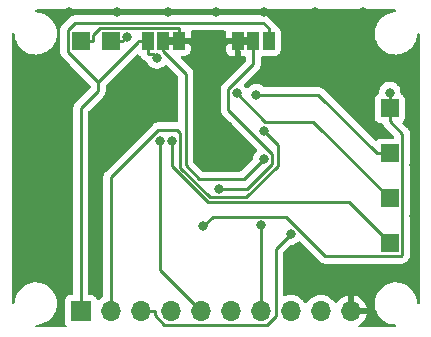
<source format=gbl>
%TF.GenerationSoftware,KiCad,Pcbnew,(5.99.0-7696-gc8be87a654)*%
%TF.CreationDate,2020-12-26T21:21:26+10:30*%
%TF.ProjectId,MCP39F521_Breakout,4d435033-3946-4353-9231-5f427265616b,rev?*%
%TF.SameCoordinates,Original*%
%TF.FileFunction,Copper,L2,Bot*%
%TF.FilePolarity,Positive*%
%FSLAX46Y46*%
G04 Gerber Fmt 4.6, Leading zero omitted, Abs format (unit mm)*
G04 Created by KiCad (PCBNEW (5.99.0-7696-gc8be87a654)) date 2020-12-26 21:21:26*
%MOMM*%
%LPD*%
G01*
G04 APERTURE LIST*
%TA.AperFunction,ComponentPad*%
%ADD10R,1.700000X1.700000*%
%TD*%
%TA.AperFunction,ComponentPad*%
%ADD11O,1.700000X1.700000*%
%TD*%
%TA.AperFunction,SMDPad,CuDef*%
%ADD12R,1.000000X1.500000*%
%TD*%
%TA.AperFunction,SMDPad,CuDef*%
%ADD13R,1.500000X1.500000*%
%TD*%
%TA.AperFunction,ViaPad*%
%ADD14C,0.800000*%
%TD*%
%TA.AperFunction,Conductor*%
%ADD15C,0.250000*%
%TD*%
G04 APERTURE END LIST*
%TO.C,A1*%
G36*
X128535000Y-99995000D02*
G01*
X128035000Y-99995000D01*
X128035000Y-99395000D01*
X128535000Y-99395000D01*
X128535000Y-99995000D01*
G37*
%TO.C,A0*%
G36*
X134855000Y-99995000D02*
G01*
X134355000Y-99995000D01*
X134355000Y-99395000D01*
X134855000Y-99395000D01*
X134855000Y-99995000D01*
G37*
%TD*%
D10*
%TO.P,J11,1,Pin_1*%
%TO.N,+3V3*%
X120650000Y-122555000D03*
D11*
%TO.P,J11,2,Pin_2*%
%TO.N,VP*%
X123190000Y-122555000D03*
%TO.P,J11,3,Pin_3*%
%TO.N,VN*%
X125730000Y-122555000D03*
%TO.P,J11,4,Pin_4*%
%TO.N,~RESET*%
X128270000Y-122555000D03*
%TO.P,J11,5,Pin_5*%
%TO.N,EVENT*%
X130810000Y-122555000D03*
%TO.P,J11,6,Pin_6*%
%TO.N,SCL*%
X133350000Y-122555000D03*
%TO.P,J11,7,Pin_7*%
%TO.N,SDA*%
X135890000Y-122555000D03*
%TO.P,J11,8,Pin_8*%
%TO.N,IP*%
X138430000Y-122555000D03*
%TO.P,J11,9,Pin_9*%
%TO.N,IN*%
X140970000Y-122555000D03*
%TO.P,J11,10,Pin_10*%
%TO.N,GNDD*%
X143510000Y-122555000D03*
%TD*%
D12*
%TO.P,A1,1,A*%
%TO.N,GNDD*%
X128935000Y-99695000D03*
%TO.P,A1,2,C*%
%TO.N,/A1*%
X127635000Y-99695000D03*
%TO.P,A1,3,B*%
%TO.N,+3V3*%
X126335000Y-99695000D03*
%TD*%
D13*
%TO.P,TP3,1,1*%
%TO.N,GNDD*%
X120650000Y-99695000D03*
%TD*%
%TO.P,TP2,1,1*%
%TO.N,GNDA*%
X123190000Y-99695000D03*
%TD*%
%TO.P,TP1,1,1*%
%TO.N,+3.3VA*%
X146812000Y-105410000D03*
%TD*%
%TO.P,J5,1,Pin_1*%
%TO.N,Net-(J5-Pad1)*%
X146812000Y-116840000D03*
%TD*%
%TO.P,J2,1,Pin_1*%
%TO.N,/REF_IN*%
X146812000Y-109220000D03*
%TD*%
D12*
%TO.P,A0,1,A*%
%TO.N,GNDD*%
X133955000Y-99695000D03*
%TO.P,A0,2,C*%
%TO.N,/A0*%
X135255000Y-99695000D03*
%TO.P,A0,3,B*%
%TO.N,+3V3*%
X136555000Y-99695000D03*
%TD*%
D13*
%TO.P,J4,1,Pin_1*%
%TO.N,Net-(J4-Pad1)*%
X146812000Y-113030000D03*
%TD*%
D14*
%TO.N,GNDD*%
X131990000Y-107950000D03*
X131064000Y-108966000D03*
X131064000Y-106934000D03*
X133096000Y-108966000D03*
X133096000Y-106934000D03*
%TO.N,VN*%
X138450300Y-116044200D03*
%TO.N,VP*%
X136141820Y-107346649D03*
%TO.N,EVENT*%
X127349965Y-108162235D03*
%TO.N,SDA*%
X135890000Y-115301000D03*
%TO.N,Net-(J4-Pad1)*%
X133858000Y-104140000D03*
%TO.N,/REF_IN*%
X135520200Y-104246900D03*
%TO.N,GNDD*%
X132080000Y-97282000D03*
X148844000Y-114554000D03*
X115316000Y-114554000D03*
X115316000Y-102108000D03*
X115316000Y-106172000D03*
X148844000Y-102108000D03*
X140462000Y-97282000D03*
X128016000Y-97282000D03*
X127508000Y-105664000D03*
X148844000Y-106172000D03*
X148844000Y-118618000D03*
X115316000Y-110236000D03*
X124714000Y-102362000D03*
X144526000Y-97282000D03*
X115316000Y-118618000D03*
X123698000Y-97282000D03*
X136144000Y-97282000D03*
X119634000Y-97282000D03*
X148844000Y-110236000D03*
%TO.N,GNDA*%
X124566800Y-99341100D03*
%TO.N,+3V3*%
X127095900Y-101135100D03*
%TO.N,+3.3VA*%
X131015300Y-115380100D03*
X146812000Y-104057500D03*
%TO.N,/A0*%
X132390395Y-112188391D03*
%TO.N,/A1*%
X136144000Y-109696683D03*
%TO.N,Net-(J5-Pad1)*%
X128349971Y-108165746D03*
%TD*%
D15*
%TO.N,VN*%
X137160000Y-122992000D02*
X137160000Y-117334500D01*
X125730000Y-122555000D02*
X126905300Y-122555000D01*
X127713200Y-123730300D02*
X136421700Y-123730300D01*
X136421700Y-123730300D02*
X137160000Y-122992000D01*
X126905300Y-122922400D02*
X127713200Y-123730300D01*
X126905300Y-122555000D02*
X126905300Y-122922400D01*
X137160000Y-117334500D02*
X138450300Y-116044200D01*
%TO.N,VP*%
X131580981Y-112913392D02*
X134668021Y-112913392D01*
X134668021Y-112913392D02*
X137319012Y-110262401D01*
X127214201Y-107224997D02*
X128837197Y-107224997D01*
X137319012Y-110262401D02*
X137319012Y-108523841D01*
X129089989Y-107477789D02*
X129089989Y-110422400D01*
X128837197Y-107224997D02*
X129089989Y-107477789D01*
X123190000Y-122555000D02*
X123190000Y-111249198D01*
X123190000Y-111249198D02*
X127214201Y-107224997D01*
X129089989Y-110422400D02*
X131580981Y-112913392D01*
X137319012Y-108523841D02*
X136141820Y-107346649D01*
%TO.N,EVENT*%
X127349965Y-119094965D02*
X127349965Y-108162235D01*
X130810000Y-122555000D02*
X127349965Y-119094965D01*
%TO.N,SDA*%
X135890000Y-122555000D02*
X135890000Y-115301000D01*
%TO.N,Net-(J4-Pad1)*%
X136243964Y-106525964D02*
X133858000Y-104140000D01*
X140307964Y-106525964D02*
X136243964Y-106525964D01*
X146812000Y-113030000D02*
X140307964Y-106525964D01*
%TO.N,/REF_IN*%
X146812000Y-109220000D02*
X145736700Y-109220000D01*
X140763600Y-104246900D02*
X135520200Y-104246900D01*
X145736700Y-109220000D02*
X140763600Y-104246900D01*
%TO.N,GNDD*%
X132707000Y-100117700D02*
X133129700Y-99695000D01*
X120650000Y-99695000D02*
X121725300Y-99695000D01*
X129760300Y-99695000D02*
X130183000Y-100117700D01*
X130990000Y-100117700D02*
X132707000Y-100117700D01*
X128935000Y-99695000D02*
X128935000Y-98619700D01*
X128935000Y-99695000D02*
X129760300Y-99695000D01*
X133955000Y-99695000D02*
X133129700Y-99695000D01*
X128931100Y-98615800D02*
X122266800Y-98615800D01*
X128935000Y-98619700D02*
X128931100Y-98615800D01*
X130990000Y-100117700D02*
X130990000Y-106950000D01*
X121725300Y-99157300D02*
X121725300Y-99695000D01*
X122266800Y-98615800D02*
X121725300Y-99157300D01*
X130183000Y-100117700D02*
X130990000Y-100117700D01*
%TO.N,GNDA*%
X124265300Y-99695000D02*
X124265300Y-99642600D01*
X123190000Y-99695000D02*
X124265300Y-99695000D01*
X124265300Y-99642600D02*
X124566800Y-99341100D01*
%TO.N,+3V3*%
X120650000Y-122555000D02*
X120650000Y-105380000D01*
X136100800Y-98165500D02*
X120157000Y-98165500D01*
X126731100Y-100770300D02*
X127095900Y-101135100D01*
X119554200Y-98768300D02*
X119554200Y-100619200D01*
X122121500Y-103186500D02*
X122121500Y-103908500D01*
X120157000Y-98165500D02*
X119554200Y-98768300D01*
X122121500Y-103908500D02*
X120650000Y-105380000D01*
X122121500Y-103186400D02*
X125509700Y-99798200D01*
X122121500Y-103186400D02*
X122121500Y-103186500D01*
X136555000Y-99695000D02*
X136555000Y-98619700D01*
X119554200Y-100619200D02*
X122121500Y-103186400D01*
X126335000Y-99695000D02*
X126335000Y-100770300D01*
X126335000Y-100770300D02*
X126731100Y-100770300D01*
X126335000Y-99695000D02*
X125509700Y-99695000D01*
X125509700Y-99798200D02*
X125509700Y-99695000D01*
X136555000Y-98619700D02*
X136100800Y-98165500D01*
%TO.N,+3.3VA*%
X147767100Y-117915400D02*
X141370200Y-117915400D01*
X141370200Y-117915400D02*
X138030400Y-114575600D01*
X146812000Y-104872300D02*
X146812000Y-104334700D01*
X131819800Y-114575600D02*
X131015300Y-115380100D01*
X146812000Y-104334700D02*
X146812000Y-104057500D01*
X147887400Y-107560700D02*
X147887400Y-117795100D01*
X146812000Y-105410000D02*
X146812000Y-106485300D01*
X147887400Y-117795100D02*
X147767100Y-117915400D01*
X138030400Y-114575600D02*
X131819800Y-114575600D01*
X146812000Y-106485300D02*
X147887400Y-107560700D01*
%TO.N,/A0*%
X133132999Y-105516997D02*
X136869001Y-109252999D01*
X135255000Y-101669998D02*
X133132999Y-103791999D01*
X134756611Y-112188391D02*
X132390395Y-112188391D01*
X136869001Y-110076001D02*
X134756611Y-112188391D01*
X136869001Y-109252999D02*
X136869001Y-110076001D01*
X133132999Y-103791999D02*
X133132999Y-105516997D01*
X135255000Y-99695000D02*
X135255000Y-101669998D01*
%TO.N,/A1*%
X129540000Y-110236000D02*
X130683000Y-111379000D01*
X127635000Y-100556000D02*
X129540000Y-102461000D01*
X130683000Y-111379000D02*
X134461683Y-111379000D01*
X129540000Y-102461000D02*
X129540000Y-110236000D01*
X127635000Y-99695000D02*
X127635000Y-100556000D01*
X134461683Y-111379000D02*
X136144000Y-109696683D01*
%TO.N,Net-(J5-Pad1)*%
X146812000Y-116840000D02*
X143335403Y-113363403D01*
X128349971Y-110318793D02*
X128349971Y-108165746D01*
X143335403Y-113363403D02*
X131394581Y-113363403D01*
X131394581Y-113363403D02*
X128349971Y-110318793D01*
%TD*%
%TA.AperFunction,Conductor*%
%TO.N,GNDD*%
G36*
X147259160Y-97029782D02*
G01*
X147263413Y-97030505D01*
X147327218Y-97061641D01*
X147364061Y-97122329D01*
X147362244Y-97193303D01*
X147322345Y-97252027D01*
X147257031Y-97279858D01*
X147240647Y-97280712D01*
X147215828Y-97280387D01*
X147215825Y-97280387D01*
X147211150Y-97280326D01*
X146949293Y-97315963D01*
X146944807Y-97317271D01*
X146944805Y-97317271D01*
X146909069Y-97327687D01*
X146695580Y-97389913D01*
X146455584Y-97500553D01*
X146451675Y-97503116D01*
X146238491Y-97642885D01*
X146238486Y-97642889D01*
X146234578Y-97645451D01*
X146185156Y-97689562D01*
X146051399Y-97808945D01*
X146037417Y-97821424D01*
X146006090Y-97859091D01*
X145880126Y-98010547D01*
X145868432Y-98024607D01*
X145866009Y-98028600D01*
X145762714Y-98198825D01*
X145731335Y-98250535D01*
X145729526Y-98254849D01*
X145729524Y-98254853D01*
X145690176Y-98348688D01*
X145629139Y-98494246D01*
X145564088Y-98750385D01*
X145537611Y-99013327D01*
X145537835Y-99017993D01*
X145537835Y-99017998D01*
X145542046Y-99105649D01*
X145543832Y-99142836D01*
X145550290Y-99277293D01*
X145601847Y-99536486D01*
X145691148Y-99785211D01*
X145816233Y-100018005D01*
X145819028Y-100021748D01*
X145819030Y-100021751D01*
X145971561Y-100226015D01*
X145971566Y-100226021D01*
X145974353Y-100229753D01*
X145977662Y-100233033D01*
X145977667Y-100233039D01*
X146152957Y-100406806D01*
X146162034Y-100415804D01*
X146165796Y-100418562D01*
X146165799Y-100418565D01*
X146357498Y-100559124D01*
X146375154Y-100572070D01*
X146379297Y-100574250D01*
X146379299Y-100574251D01*
X146604880Y-100692935D01*
X146604885Y-100692937D01*
X146609030Y-100695118D01*
X146613453Y-100696663D01*
X146613454Y-100696663D01*
X146834023Y-100773689D01*
X146858526Y-100782246D01*
X146863119Y-100783118D01*
X147113570Y-100830668D01*
X147113573Y-100830668D01*
X147118159Y-100831539D01*
X147243654Y-100836470D01*
X147377558Y-100841731D01*
X147377563Y-100841731D01*
X147382226Y-100841914D01*
X147484914Y-100830668D01*
X147640273Y-100813654D01*
X147640279Y-100813653D01*
X147644926Y-100813144D01*
X147649450Y-100811953D01*
X147895965Y-100747051D01*
X147895967Y-100747050D01*
X147900488Y-100745860D01*
X147917531Y-100738538D01*
X148139004Y-100643385D01*
X148139006Y-100643384D01*
X148143298Y-100641540D01*
X148332447Y-100524491D01*
X148364038Y-100504942D01*
X148364040Y-100504940D01*
X148368021Y-100502477D01*
X148381050Y-100491447D01*
X148566148Y-100334751D01*
X148566150Y-100334749D01*
X148569721Y-100331726D01*
X148743967Y-100133036D01*
X148760499Y-100107335D01*
X148866869Y-99941964D01*
X148886931Y-99910774D01*
X148995472Y-99669822D01*
X149043683Y-99498879D01*
X149065936Y-99419977D01*
X149065937Y-99419974D01*
X149067206Y-99415473D01*
X149078668Y-99325378D01*
X149100158Y-99156446D01*
X149100158Y-99156440D01*
X149100556Y-99153315D01*
X149100559Y-99153203D01*
X149125506Y-99087313D01*
X149182552Y-99045048D01*
X149253392Y-99040333D01*
X149315535Y-99074666D01*
X149349251Y-99137146D01*
X149352000Y-99163320D01*
X149352000Y-121838043D01*
X149350218Y-121859157D01*
X149348310Y-121870382D01*
X149317176Y-121934188D01*
X149256488Y-121971032D01*
X149185514Y-121969217D01*
X149126789Y-121929319D01*
X149098439Y-121858606D01*
X149083763Y-121661122D01*
X149083761Y-121661105D01*
X149083415Y-121656456D01*
X149025091Y-121398701D01*
X149011141Y-121362828D01*
X148931003Y-121156752D01*
X148931002Y-121156749D01*
X148929310Y-121152399D01*
X148918578Y-121133621D01*
X148866937Y-121043269D01*
X148798174Y-120922959D01*
X148634565Y-120715423D01*
X148442078Y-120534349D01*
X148224941Y-120383715D01*
X148220748Y-120381647D01*
X147992112Y-120268896D01*
X147992109Y-120268895D01*
X147987924Y-120266831D01*
X147941199Y-120251874D01*
X147740678Y-120187687D01*
X147740680Y-120187687D01*
X147736233Y-120186264D01*
X147593236Y-120162976D01*
X147480011Y-120144536D01*
X147480010Y-120144536D01*
X147475399Y-120143785D01*
X147343275Y-120142056D01*
X147215827Y-120140387D01*
X147215824Y-120140387D01*
X147211150Y-120140326D01*
X146949293Y-120175963D01*
X146944807Y-120177271D01*
X146944805Y-120177271D01*
X146909069Y-120187687D01*
X146695580Y-120249913D01*
X146455584Y-120360553D01*
X146451675Y-120363116D01*
X146238491Y-120502885D01*
X146238486Y-120502889D01*
X146234578Y-120505451D01*
X146037417Y-120681424D01*
X145868432Y-120884607D01*
X145731335Y-121110535D01*
X145729526Y-121114849D01*
X145729524Y-121114853D01*
X145675882Y-121242775D01*
X145629139Y-121354246D01*
X145564088Y-121610385D01*
X145537611Y-121873327D01*
X145537835Y-121877993D01*
X145537835Y-121877998D01*
X145541793Y-121960398D01*
X145543832Y-122002836D01*
X145550290Y-122137293D01*
X145601847Y-122396486D01*
X145691148Y-122645211D01*
X145816233Y-122878005D01*
X145819028Y-122881748D01*
X145819030Y-122881751D01*
X145971561Y-123086015D01*
X145971566Y-123086021D01*
X145974353Y-123089753D01*
X145977662Y-123093033D01*
X145977667Y-123093039D01*
X146126792Y-123240868D01*
X146162034Y-123275804D01*
X146165796Y-123278562D01*
X146165799Y-123278565D01*
X146371380Y-123429303D01*
X146375154Y-123432070D01*
X146379297Y-123434250D01*
X146379299Y-123434251D01*
X146604880Y-123552935D01*
X146604885Y-123552937D01*
X146609030Y-123555118D01*
X146613453Y-123556663D01*
X146613454Y-123556663D01*
X146827514Y-123631416D01*
X146858526Y-123642246D01*
X146867354Y-123643922D01*
X147113570Y-123690668D01*
X147113573Y-123690668D01*
X147118159Y-123691539D01*
X147262916Y-123697226D01*
X147330198Y-123719887D01*
X147374549Y-123775326D01*
X147381886Y-123845943D01*
X147349881Y-123909316D01*
X147288694Y-123945325D01*
X147277569Y-123947595D01*
X147259337Y-123950466D01*
X147239737Y-123952000D01*
X144284017Y-123952000D01*
X144215896Y-123931998D01*
X144169403Y-123878342D01*
X144159299Y-123808068D01*
X144188793Y-123743488D01*
X144210759Y-123723485D01*
X144389041Y-123596083D01*
X144397149Y-123589182D01*
X144551893Y-123433082D01*
X144558706Y-123424933D01*
X144684940Y-123244988D01*
X144690295Y-123235787D01*
X144784399Y-123037156D01*
X144788123Y-123027197D01*
X144845968Y-122820718D01*
X144844430Y-122812351D01*
X144832137Y-122809000D01*
X143764002Y-122808999D01*
X143763996Y-122809000D01*
X143382000Y-122808999D01*
X143313879Y-122788997D01*
X143267386Y-122735341D01*
X143256000Y-122682999D01*
X143256000Y-122282885D01*
X143763999Y-122282885D01*
X143768474Y-122298124D01*
X143769864Y-122299329D01*
X143777547Y-122301000D01*
X144829079Y-122301001D01*
X144842610Y-122297028D01*
X144843876Y-122288219D01*
X144796954Y-122107433D01*
X144793419Y-122097395D01*
X144703147Y-121896998D01*
X144697967Y-121887692D01*
X144575218Y-121705366D01*
X144568557Y-121697080D01*
X144416830Y-121538030D01*
X144408873Y-121530990D01*
X144232523Y-121399782D01*
X144223486Y-121394178D01*
X144027550Y-121294559D01*
X144017699Y-121290559D01*
X143807778Y-121225378D01*
X143797396Y-121223095D01*
X143781959Y-121221049D01*
X143767792Y-121223246D01*
X143764000Y-121236430D01*
X143763999Y-122282885D01*
X143256000Y-122282885D01*
X143256001Y-121238716D01*
X143252028Y-121225185D01*
X143241421Y-121223660D01*
X143123555Y-121248391D01*
X143113358Y-121251451D01*
X142908932Y-121332182D01*
X142899396Y-121336916D01*
X142711486Y-121450942D01*
X142702896Y-121457206D01*
X142536884Y-121601264D01*
X142529464Y-121608895D01*
X142390100Y-121778860D01*
X142384079Y-121787622D01*
X142350427Y-121846739D01*
X142299344Y-121896045D01*
X142229714Y-121909906D01*
X142163643Y-121883922D01*
X142136405Y-121854773D01*
X142061526Y-121743552D01*
X142032627Y-121700626D01*
X141986856Y-121652645D01*
X141937507Y-121600915D01*
X141873482Y-121533799D01*
X141688504Y-121396171D01*
X141683753Y-121393755D01*
X141683749Y-121393753D01*
X141487740Y-121294097D01*
X141487739Y-121294097D01*
X141482982Y-121291678D01*
X141372887Y-121257492D01*
X141267895Y-121224891D01*
X141267889Y-121224890D01*
X141262792Y-121223307D01*
X141157798Y-121209391D01*
X141039515Y-121193714D01*
X141039510Y-121193714D01*
X141034230Y-121193014D01*
X141028900Y-121193214D01*
X141028899Y-121193214D01*
X140935320Y-121196727D01*
X140803831Y-121201663D01*
X140759246Y-121211018D01*
X140583411Y-121247912D01*
X140583408Y-121247913D01*
X140578184Y-121249009D01*
X140363740Y-121333697D01*
X140166631Y-121453306D01*
X140162601Y-121456803D01*
X140036406Y-121566309D01*
X139992492Y-121604415D01*
X139989109Y-121608541D01*
X139989105Y-121608545D01*
X139954545Y-121650695D01*
X139846304Y-121782705D01*
X139843667Y-121787338D01*
X139843666Y-121787339D01*
X139810116Y-121846278D01*
X139759033Y-121895584D01*
X139689402Y-121909445D01*
X139623332Y-121883461D01*
X139596094Y-121854312D01*
X139590686Y-121846278D01*
X139533088Y-121760725D01*
X139495607Y-121705052D01*
X139495605Y-121705050D01*
X139492627Y-121700626D01*
X139446856Y-121652645D01*
X139397507Y-121600915D01*
X139333482Y-121533799D01*
X139148504Y-121396171D01*
X139143753Y-121393755D01*
X139143749Y-121393753D01*
X138947740Y-121294097D01*
X138947739Y-121294097D01*
X138942982Y-121291678D01*
X138832887Y-121257492D01*
X138727895Y-121224891D01*
X138727889Y-121224890D01*
X138722792Y-121223307D01*
X138617798Y-121209391D01*
X138499515Y-121193714D01*
X138499510Y-121193714D01*
X138494230Y-121193014D01*
X138488900Y-121193214D01*
X138488899Y-121193214D01*
X138395320Y-121196727D01*
X138263831Y-121201663D01*
X138219246Y-121211018D01*
X138043411Y-121247912D01*
X138043408Y-121247913D01*
X138038184Y-121249009D01*
X138033214Y-121250972D01*
X138033213Y-121250972D01*
X137965781Y-121277602D01*
X137895075Y-121284020D01*
X137832124Y-121251192D01*
X137796914Y-121189542D01*
X137793500Y-121160410D01*
X137793500Y-117649095D01*
X137813502Y-117580974D01*
X137830405Y-117559999D01*
X138400805Y-116989600D01*
X138463117Y-116955575D01*
X138489900Y-116952696D01*
X138545787Y-116952696D01*
X138552239Y-116951324D01*
X138552244Y-116951324D01*
X138639187Y-116932843D01*
X138732587Y-116912990D01*
X138738618Y-116910305D01*
X138901020Y-116837999D01*
X138901022Y-116837998D01*
X138907050Y-116835314D01*
X138912392Y-116831433D01*
X139056207Y-116726946D01*
X139056209Y-116726944D01*
X139061551Y-116723063D01*
X139065973Y-116718152D01*
X139077138Y-116705753D01*
X139137585Y-116668515D01*
X139208568Y-116669868D01*
X139259867Y-116700971D01*
X140866809Y-118307913D01*
X140874169Y-118316001D01*
X140878227Y-118322395D01*
X140884004Y-118327820D01*
X140927078Y-118368269D01*
X140929920Y-118371024D01*
X140950233Y-118391337D01*
X140953644Y-118393982D01*
X140962664Y-118401686D01*
X140994899Y-118431957D01*
X141001844Y-118435775D01*
X141001847Y-118435777D01*
X141012652Y-118441717D01*
X141029179Y-118452573D01*
X141045176Y-118464982D01*
X141085755Y-118482543D01*
X141096387Y-118487751D01*
X141135152Y-118509062D01*
X141142829Y-118511033D01*
X141142834Y-118511035D01*
X141154766Y-118514098D01*
X141173474Y-118520503D01*
X141177813Y-118522380D01*
X141184792Y-118525401D01*
X141184796Y-118525402D01*
X141192063Y-118528547D01*
X141199887Y-118529786D01*
X141199890Y-118529787D01*
X141220701Y-118533083D01*
X141235737Y-118535464D01*
X141247345Y-118537868D01*
X141290175Y-118548865D01*
X141290731Y-118548900D01*
X141310653Y-118548900D01*
X141330362Y-118550451D01*
X141350144Y-118553584D01*
X141358035Y-118552838D01*
X141393779Y-118549459D01*
X141405637Y-118548900D01*
X147688717Y-118548900D01*
X147699621Y-118549414D01*
X147707012Y-118551066D01*
X147714937Y-118550817D01*
X147714938Y-118550817D01*
X147773953Y-118548962D01*
X147777911Y-118548900D01*
X147806678Y-118548900D01*
X147810602Y-118548404D01*
X147810604Y-118548404D01*
X147810952Y-118548360D01*
X147822798Y-118547427D01*
X147866983Y-118546038D01*
X147886439Y-118540386D01*
X147905779Y-118536381D01*
X147925888Y-118533840D01*
X147933258Y-118530922D01*
X147933262Y-118530921D01*
X147967000Y-118517563D01*
X147978230Y-118513718D01*
X148013068Y-118503597D01*
X148013069Y-118503597D01*
X148020678Y-118501386D01*
X148038112Y-118491076D01*
X148055864Y-118482380D01*
X148067325Y-118477842D01*
X148067324Y-118477842D01*
X148074700Y-118474922D01*
X148110475Y-118448930D01*
X148120394Y-118442414D01*
X148121573Y-118441717D01*
X148158441Y-118419913D01*
X148158859Y-118419545D01*
X148172942Y-118405462D01*
X148187967Y-118392628D01*
X148204183Y-118380846D01*
X148232130Y-118347064D01*
X148240119Y-118338285D01*
X148279913Y-118298491D01*
X148288001Y-118291131D01*
X148294395Y-118287073D01*
X148340270Y-118238221D01*
X148343024Y-118235380D01*
X148363338Y-118215066D01*
X148365983Y-118211655D01*
X148373689Y-118202633D01*
X148398529Y-118176181D01*
X148403957Y-118170401D01*
X148413717Y-118152647D01*
X148424567Y-118136129D01*
X148436983Y-118120122D01*
X148454536Y-118079560D01*
X148459758Y-118068900D01*
X148477245Y-118037092D01*
X148477246Y-118037089D01*
X148481062Y-118030148D01*
X148486100Y-118010526D01*
X148492505Y-117991819D01*
X148493613Y-117989259D01*
X148500547Y-117973235D01*
X148507463Y-117929572D01*
X148509870Y-117917951D01*
X148519387Y-117880882D01*
X148519387Y-117880881D01*
X148520865Y-117875125D01*
X148520900Y-117874569D01*
X148520900Y-117854647D01*
X148522451Y-117834936D01*
X148524344Y-117822984D01*
X148525584Y-117815156D01*
X148521459Y-117771517D01*
X148520900Y-117759660D01*
X148520900Y-107639083D01*
X148521414Y-107628179D01*
X148523066Y-107620788D01*
X148520962Y-107553846D01*
X148520900Y-107549889D01*
X148520900Y-107521122D01*
X148520359Y-107516837D01*
X148519426Y-107504996D01*
X148518287Y-107468736D01*
X148518287Y-107468735D01*
X148518038Y-107460816D01*
X148515828Y-107453208D01*
X148515827Y-107453203D01*
X148512387Y-107441361D01*
X148508379Y-107422007D01*
X148506834Y-107409779D01*
X148505840Y-107401912D01*
X148502923Y-107394544D01*
X148502921Y-107394537D01*
X148489563Y-107360799D01*
X148485718Y-107349569D01*
X148475597Y-107314731D01*
X148475596Y-107314730D01*
X148473386Y-107307121D01*
X148463076Y-107289688D01*
X148454382Y-107271941D01*
X148446922Y-107253100D01*
X148420933Y-107217329D01*
X148414417Y-107207410D01*
X148407887Y-107196369D01*
X148391913Y-107169358D01*
X148391545Y-107168940D01*
X148377463Y-107154858D01*
X148364622Y-107139825D01*
X148357503Y-107130027D01*
X148352846Y-107123617D01*
X148319071Y-107095676D01*
X148310292Y-107087687D01*
X147921990Y-106699385D01*
X147887964Y-106637073D01*
X147893029Y-106566258D01*
X147915861Y-106527777D01*
X147943161Y-106496271D01*
X147993984Y-106437619D01*
X148054700Y-106304670D01*
X148065962Y-106226340D01*
X148074861Y-106164448D01*
X148074862Y-106164441D01*
X148075500Y-106160000D01*
X148075500Y-104660000D01*
X148070273Y-104586921D01*
X148029096Y-104446684D01*
X147968003Y-104351622D01*
X147954949Y-104331309D01*
X147954947Y-104331306D01*
X147950077Y-104323729D01*
X147903998Y-104283801D01*
X147846431Y-104233918D01*
X147846428Y-104233916D01*
X147839619Y-104228016D01*
X147796068Y-104208127D01*
X147742412Y-104161635D01*
X147722409Y-104093514D01*
X147723099Y-104080342D01*
X147723261Y-104078807D01*
X147725500Y-104057500D01*
X147718856Y-103994282D01*
X147706228Y-103874137D01*
X147706228Y-103874136D01*
X147705538Y-103867573D01*
X147694786Y-103834480D01*
X147660949Y-103730343D01*
X147646524Y-103685946D01*
X147642956Y-103679765D01*
X147554338Y-103526276D01*
X147551037Y-103520558D01*
X147509312Y-103474217D01*
X147427673Y-103383548D01*
X147427672Y-103383547D01*
X147423251Y-103378637D01*
X147417909Y-103374756D01*
X147417907Y-103374754D01*
X147274092Y-103270267D01*
X147274091Y-103270266D01*
X147268750Y-103266386D01*
X147262722Y-103263702D01*
X147262720Y-103263701D01*
X147100318Y-103191395D01*
X147100317Y-103191395D01*
X147094287Y-103188710D01*
X147000887Y-103168857D01*
X146913944Y-103150376D01*
X146913939Y-103150376D01*
X146907487Y-103149004D01*
X146716513Y-103149004D01*
X146710061Y-103150376D01*
X146710056Y-103150376D01*
X146623113Y-103168857D01*
X146529713Y-103188710D01*
X146523683Y-103191395D01*
X146523682Y-103191395D01*
X146361280Y-103263701D01*
X146361278Y-103263702D01*
X146355250Y-103266386D01*
X146349909Y-103270266D01*
X146349908Y-103270267D01*
X146206093Y-103374754D01*
X146206091Y-103374756D01*
X146200749Y-103378637D01*
X146196328Y-103383547D01*
X146196327Y-103383548D01*
X146114689Y-103474217D01*
X146072963Y-103520558D01*
X146069662Y-103526276D01*
X145981045Y-103679765D01*
X145977476Y-103685946D01*
X145963051Y-103730343D01*
X145929215Y-103834480D01*
X145918462Y-103867573D01*
X145917772Y-103874136D01*
X145917772Y-103874137D01*
X145905144Y-103994282D01*
X145898500Y-104057500D01*
X145899190Y-104064064D01*
X145900565Y-104077146D01*
X145887793Y-104146985D01*
X145843376Y-104196315D01*
X145733309Y-104267051D01*
X145733306Y-104267053D01*
X145725729Y-104271923D01*
X145719828Y-104278733D01*
X145635918Y-104375569D01*
X145635916Y-104375572D01*
X145630016Y-104382381D01*
X145569300Y-104515330D01*
X145568018Y-104524245D01*
X145568018Y-104524246D01*
X145549139Y-104655552D01*
X145549138Y-104655559D01*
X145548500Y-104660000D01*
X145548500Y-106160000D01*
X145553727Y-106233079D01*
X145594904Y-106373316D01*
X145599775Y-106380895D01*
X145669051Y-106488691D01*
X145669053Y-106488694D01*
X145673923Y-106496271D01*
X145680733Y-106502172D01*
X145777569Y-106586082D01*
X145777572Y-106586084D01*
X145784381Y-106591984D01*
X145792579Y-106595728D01*
X145860346Y-106626676D01*
X145917330Y-106652700D01*
X145926245Y-106653982D01*
X145926246Y-106653982D01*
X146057552Y-106672861D01*
X146057559Y-106672862D01*
X146062000Y-106673500D01*
X146116038Y-106673500D01*
X146184159Y-106693502D01*
X146223801Y-106740187D01*
X146226014Y-106738878D01*
X146236327Y-106756317D01*
X146245023Y-106774069D01*
X146252479Y-106792900D01*
X146257141Y-106799316D01*
X146278468Y-106828671D01*
X146284983Y-106838589D01*
X146307487Y-106876641D01*
X146307855Y-106877059D01*
X146321938Y-106891142D01*
X146334779Y-106906175D01*
X146346555Y-106922383D01*
X146352662Y-106927435D01*
X146380330Y-106950324D01*
X146389110Y-106958314D01*
X147172201Y-107741405D01*
X147206227Y-107803717D01*
X147201162Y-107874532D01*
X147158615Y-107931368D01*
X147092095Y-107956179D01*
X147083106Y-107956500D01*
X146062000Y-107956500D01*
X145988921Y-107961727D01*
X145910835Y-107984655D01*
X145857330Y-108000365D01*
X145857328Y-108000366D01*
X145848684Y-108002904D01*
X145841105Y-108007775D01*
X145733309Y-108077051D01*
X145733306Y-108077053D01*
X145725729Y-108081923D01*
X145707020Y-108103514D01*
X145647296Y-108141898D01*
X145576300Y-108141899D01*
X145522701Y-108110097D01*
X141266991Y-103854387D01*
X141259631Y-103846299D01*
X141255573Y-103839905D01*
X141206721Y-103794030D01*
X141203880Y-103791276D01*
X141183566Y-103770962D01*
X141180155Y-103768317D01*
X141171133Y-103760611D01*
X141144677Y-103735767D01*
X141138901Y-103730343D01*
X141131957Y-103726526D01*
X141131955Y-103726524D01*
X141121147Y-103720582D01*
X141104623Y-103709728D01*
X141094886Y-103702175D01*
X141094885Y-103702175D01*
X141088623Y-103697317D01*
X141081350Y-103694170D01*
X141081347Y-103694168D01*
X141055538Y-103683000D01*
X141048058Y-103679763D01*
X141037400Y-103674542D01*
X141005594Y-103657056D01*
X141005590Y-103657054D01*
X140998648Y-103653238D01*
X140990973Y-103651268D01*
X140990972Y-103651267D01*
X140979026Y-103648200D01*
X140960319Y-103641795D01*
X140949010Y-103636901D01*
X140949008Y-103636901D01*
X140941735Y-103633753D01*
X140933907Y-103632513D01*
X140933906Y-103632513D01*
X140898073Y-103626838D01*
X140886448Y-103624430D01*
X140849382Y-103614913D01*
X140849380Y-103614913D01*
X140843625Y-103613435D01*
X140843069Y-103613400D01*
X140823146Y-103613400D01*
X140803437Y-103611849D01*
X140783655Y-103608716D01*
X140775763Y-103609462D01*
X140740018Y-103612841D01*
X140728160Y-103613400D01*
X136228394Y-103613400D01*
X136160273Y-103593398D01*
X136141049Y-103577058D01*
X136140775Y-103577362D01*
X136135872Y-103572947D01*
X136131451Y-103568037D01*
X136126109Y-103564156D01*
X136126107Y-103564154D01*
X135982292Y-103459667D01*
X135982291Y-103459666D01*
X135976950Y-103455786D01*
X135970922Y-103453102D01*
X135970920Y-103453101D01*
X135808518Y-103380795D01*
X135808517Y-103380795D01*
X135802487Y-103378110D01*
X135707506Y-103357921D01*
X135622144Y-103339776D01*
X135622139Y-103339776D01*
X135615687Y-103338404D01*
X135424713Y-103338404D01*
X135418261Y-103339776D01*
X135418256Y-103339776D01*
X135332894Y-103357921D01*
X135237913Y-103378110D01*
X135231883Y-103380795D01*
X135231882Y-103380795D01*
X135069480Y-103453101D01*
X135069478Y-103453102D01*
X135063450Y-103455786D01*
X135058109Y-103459666D01*
X135058108Y-103459667D01*
X134914293Y-103564154D01*
X134914291Y-103564156D01*
X134908949Y-103568037D01*
X134904528Y-103572947D01*
X134904527Y-103572948D01*
X134867686Y-103613864D01*
X134823089Y-103663395D01*
X134822623Y-103663912D01*
X134762177Y-103701152D01*
X134691194Y-103699800D01*
X134632209Y-103660287D01*
X134619868Y-103642603D01*
X134597037Y-103603058D01*
X134581837Y-103586176D01*
X134497384Y-103492382D01*
X134466666Y-103428375D01*
X134475431Y-103357921D01*
X134501925Y-103318977D01*
X135647513Y-102173389D01*
X135655601Y-102166029D01*
X135661995Y-102161971D01*
X135707870Y-102113119D01*
X135710624Y-102110278D01*
X135730938Y-102089964D01*
X135733583Y-102086553D01*
X135741289Y-102077531D01*
X135743871Y-102074782D01*
X135771557Y-102045299D01*
X135775376Y-102038353D01*
X135781318Y-102027545D01*
X135792172Y-102011021D01*
X135799725Y-102001284D01*
X135799725Y-102001283D01*
X135804583Y-101995021D01*
X135822142Y-101954445D01*
X135827363Y-101943788D01*
X135848662Y-101905046D01*
X135850635Y-101897362D01*
X135853699Y-101885430D01*
X135860103Y-101866726D01*
X135864999Y-101855413D01*
X135865001Y-101855406D01*
X135868148Y-101848134D01*
X135874338Y-101809056D01*
X135875065Y-101804463D01*
X135877472Y-101792842D01*
X135886987Y-101755780D01*
X135886987Y-101755779D01*
X135888465Y-101750023D01*
X135888500Y-101749467D01*
X135888500Y-101729546D01*
X135890051Y-101709836D01*
X135891944Y-101697884D01*
X135891944Y-101697883D01*
X135893184Y-101690054D01*
X135889059Y-101646415D01*
X135888500Y-101634558D01*
X135888500Y-101079973D01*
X135908502Y-101011852D01*
X135962158Y-100965359D01*
X136032432Y-100955256D01*
X136050541Y-100957860D01*
X136050556Y-100957861D01*
X136055000Y-100958500D01*
X137055000Y-100958500D01*
X137128079Y-100953273D01*
X137206165Y-100930345D01*
X137259670Y-100914635D01*
X137259672Y-100914634D01*
X137268316Y-100912096D01*
X137317780Y-100880307D01*
X137383691Y-100837949D01*
X137383694Y-100837947D01*
X137391271Y-100833077D01*
X137435317Y-100782246D01*
X137481082Y-100729431D01*
X137481084Y-100729428D01*
X137486984Y-100722619D01*
X137501767Y-100690248D01*
X137543958Y-100597864D01*
X137543958Y-100597863D01*
X137547700Y-100589670D01*
X137549917Y-100574251D01*
X137567861Y-100449448D01*
X137567862Y-100449441D01*
X137568500Y-100445000D01*
X137568500Y-98945000D01*
X137563273Y-98871921D01*
X137526959Y-98748245D01*
X137524635Y-98740330D01*
X137524634Y-98740328D01*
X137522096Y-98731684D01*
X137496637Y-98692070D01*
X137447949Y-98616309D01*
X137447947Y-98616306D01*
X137443077Y-98608729D01*
X137413259Y-98582891D01*
X137339431Y-98518918D01*
X137339428Y-98518916D01*
X137332619Y-98513016D01*
X137213415Y-98458577D01*
X137159760Y-98412085D01*
X137144760Y-98379113D01*
X137140986Y-98366121D01*
X137130676Y-98348688D01*
X137121982Y-98330941D01*
X137114522Y-98312100D01*
X137099444Y-98291347D01*
X137088533Y-98276329D01*
X137082017Y-98266410D01*
X137059513Y-98228358D01*
X137059145Y-98227941D01*
X137045062Y-98213858D01*
X137032228Y-98198833D01*
X137020446Y-98182617D01*
X136986664Y-98154670D01*
X136977885Y-98146681D01*
X136604191Y-97772987D01*
X136596831Y-97764899D01*
X136592773Y-97758505D01*
X136543921Y-97712630D01*
X136541080Y-97709876D01*
X136520766Y-97689562D01*
X136517355Y-97686917D01*
X136508333Y-97679211D01*
X136500315Y-97671681D01*
X136476101Y-97648943D01*
X136469157Y-97645126D01*
X136469155Y-97645124D01*
X136458347Y-97639182D01*
X136441823Y-97628328D01*
X136432086Y-97620775D01*
X136432085Y-97620775D01*
X136425823Y-97615917D01*
X136418550Y-97612770D01*
X136418547Y-97612768D01*
X136396117Y-97603062D01*
X136385258Y-97598363D01*
X136374600Y-97593142D01*
X136342794Y-97575656D01*
X136342790Y-97575654D01*
X136335848Y-97571838D01*
X136328173Y-97569868D01*
X136328172Y-97569867D01*
X136316226Y-97566800D01*
X136297519Y-97560395D01*
X136286210Y-97555501D01*
X136286208Y-97555501D01*
X136278935Y-97552353D01*
X136271107Y-97551113D01*
X136271106Y-97551113D01*
X136235273Y-97545438D01*
X136223648Y-97543030D01*
X136186582Y-97533513D01*
X136186580Y-97533513D01*
X136180825Y-97532035D01*
X136180269Y-97532000D01*
X136160346Y-97532000D01*
X136140637Y-97530449D01*
X136120855Y-97527316D01*
X136112963Y-97528062D01*
X136077218Y-97531441D01*
X136065360Y-97532000D01*
X120235383Y-97532000D01*
X120224479Y-97531486D01*
X120217088Y-97529834D01*
X120209163Y-97530083D01*
X120209162Y-97530083D01*
X120150147Y-97531938D01*
X120146189Y-97532000D01*
X120117422Y-97532000D01*
X120113137Y-97532541D01*
X120101303Y-97533473D01*
X120075286Y-97534291D01*
X120065036Y-97534613D01*
X120065035Y-97534613D01*
X120057116Y-97534862D01*
X120049508Y-97537072D01*
X120049503Y-97537073D01*
X120037661Y-97540513D01*
X120018307Y-97544521D01*
X120006079Y-97546066D01*
X119998212Y-97547060D01*
X119990844Y-97549977D01*
X119990837Y-97549979D01*
X119957099Y-97563337D01*
X119945869Y-97567182D01*
X119911031Y-97577303D01*
X119911030Y-97577304D01*
X119903421Y-97579514D01*
X119885988Y-97589824D01*
X119868241Y-97598518D01*
X119849400Y-97605978D01*
X119835720Y-97615917D01*
X119813629Y-97631967D01*
X119803712Y-97638482D01*
X119765658Y-97660987D01*
X119765240Y-97661355D01*
X119751158Y-97675437D01*
X119736125Y-97688278D01*
X119719917Y-97700054D01*
X119714868Y-97706157D01*
X119714867Y-97706158D01*
X119691970Y-97733836D01*
X119683980Y-97742615D01*
X119161684Y-98264911D01*
X119153601Y-98272268D01*
X119147205Y-98276327D01*
X119141779Y-98282105D01*
X119141778Y-98282106D01*
X119101337Y-98325172D01*
X119098581Y-98328015D01*
X119078262Y-98348334D01*
X119075838Y-98351459D01*
X119075831Y-98351467D01*
X119075611Y-98351751D01*
X119067903Y-98360776D01*
X119037643Y-98393000D01*
X119027887Y-98410746D01*
X119017036Y-98427265D01*
X119009478Y-98437009D01*
X119009475Y-98437014D01*
X119004617Y-98443277D01*
X118998896Y-98456498D01*
X118987061Y-98483847D01*
X118981838Y-98494509D01*
X118971664Y-98513016D01*
X118960538Y-98533253D01*
X118958566Y-98540935D01*
X118958565Y-98540936D01*
X118955498Y-98552878D01*
X118949098Y-98571573D01*
X118941053Y-98590165D01*
X118939813Y-98597994D01*
X118934137Y-98633829D01*
X118931730Y-98645450D01*
X118922213Y-98682519D01*
X118920735Y-98688276D01*
X118920700Y-98688832D01*
X118920700Y-98708754D01*
X118919149Y-98728463D01*
X118916016Y-98748245D01*
X118916762Y-98756137D01*
X118920141Y-98791883D01*
X118920700Y-98803741D01*
X118920701Y-100540803D01*
X118920186Y-100551729D01*
X118918533Y-100559124D01*
X118918782Y-100567045D01*
X118918782Y-100567046D01*
X118920639Y-100626089D01*
X118920701Y-100630050D01*
X118920701Y-100658778D01*
X118921242Y-100663059D01*
X118922174Y-100674890D01*
X118923564Y-100719095D01*
X118925776Y-100726708D01*
X118929213Y-100738538D01*
X118933224Y-100757902D01*
X118935761Y-100777988D01*
X118938678Y-100785355D01*
X118938678Y-100785356D01*
X118952038Y-100819100D01*
X118955882Y-100830328D01*
X118960660Y-100846771D01*
X118968219Y-100872789D01*
X118972254Y-100879612D01*
X118972256Y-100879616D01*
X118978526Y-100890218D01*
X118987224Y-100907973D01*
X118991759Y-100919427D01*
X118991762Y-100919432D01*
X118994679Y-100926800D01*
X119020679Y-100962586D01*
X119027186Y-100972493D01*
X119046661Y-101005422D01*
X119046664Y-101005426D01*
X119049695Y-101010551D01*
X119050063Y-101010968D01*
X119060135Y-101021039D01*
X119064142Y-101025046D01*
X119076984Y-101040081D01*
X119088755Y-101056283D01*
X119122547Y-101084238D01*
X119131316Y-101092218D01*
X119748958Y-101709836D01*
X121422735Y-103383548D01*
X121451094Y-103411906D01*
X121485120Y-103474217D01*
X121488000Y-103501003D01*
X121488000Y-103593905D01*
X121467998Y-103662026D01*
X121451095Y-103683000D01*
X120257478Y-104876618D01*
X120249400Y-104883969D01*
X120243006Y-104888027D01*
X120237579Y-104893806D01*
X120237578Y-104893807D01*
X120197148Y-104936861D01*
X120194393Y-104939703D01*
X120174062Y-104960034D01*
X120171628Y-104963171D01*
X120171626Y-104963174D01*
X120171403Y-104963461D01*
X120163707Y-104972471D01*
X120140251Y-104997450D01*
X120133444Y-105004699D01*
X120129628Y-105011640D01*
X120129626Y-105011643D01*
X120123688Y-105022445D01*
X120112834Y-105038968D01*
X120105444Y-105048496D01*
X120100417Y-105054977D01*
X120097269Y-105062252D01*
X120082859Y-105095551D01*
X120077637Y-105106211D01*
X120056339Y-105144952D01*
X120051301Y-105164572D01*
X120044902Y-105183264D01*
X120036853Y-105201865D01*
X120035613Y-105209692D01*
X120035613Y-105209693D01*
X120029937Y-105245531D01*
X120027530Y-105257154D01*
X120016536Y-105299975D01*
X120016501Y-105300531D01*
X120016501Y-105320447D01*
X120014950Y-105340157D01*
X120011816Y-105359945D01*
X120012562Y-105367837D01*
X120015942Y-105403593D01*
X120016501Y-105415451D01*
X120016500Y-121065500D01*
X119996498Y-121133621D01*
X119942842Y-121180114D01*
X119890500Y-121191500D01*
X119800000Y-121191500D01*
X119726921Y-121196727D01*
X119673884Y-121212300D01*
X119595330Y-121235365D01*
X119595328Y-121235366D01*
X119586684Y-121237904D01*
X119566350Y-121250972D01*
X119471309Y-121312051D01*
X119471306Y-121312053D01*
X119463729Y-121316923D01*
X119457828Y-121323733D01*
X119373918Y-121420569D01*
X119373916Y-121420572D01*
X119368016Y-121427381D01*
X119307300Y-121560330D01*
X119306018Y-121569245D01*
X119306018Y-121569246D01*
X119287139Y-121700552D01*
X119287138Y-121700559D01*
X119286500Y-121705000D01*
X119286500Y-123405000D01*
X119291727Y-123478079D01*
X119299528Y-123504647D01*
X119329247Y-123605860D01*
X119332904Y-123618316D01*
X119349107Y-123643528D01*
X119407051Y-123733691D01*
X119407053Y-123733694D01*
X119411923Y-123741271D01*
X119416234Y-123745006D01*
X119445033Y-123808068D01*
X119434930Y-123878342D01*
X119388437Y-123931998D01*
X119320316Y-123952000D01*
X116926581Y-123952000D01*
X116858460Y-123931998D01*
X116811967Y-123878342D01*
X116801863Y-123808068D01*
X116831357Y-123743488D01*
X116891083Y-123705104D01*
X116912864Y-123700749D01*
X117160273Y-123673654D01*
X117160279Y-123673653D01*
X117164926Y-123673144D01*
X117169450Y-123671953D01*
X117415965Y-123607051D01*
X117415967Y-123607050D01*
X117420488Y-123605860D01*
X117428414Y-123602455D01*
X117659004Y-123503385D01*
X117659006Y-123503384D01*
X117663298Y-123501540D01*
X117888021Y-123362477D01*
X118036443Y-123236829D01*
X118086148Y-123194751D01*
X118086150Y-123194749D01*
X118089721Y-123191726D01*
X118263967Y-122993036D01*
X118279135Y-122969456D01*
X118389741Y-122797499D01*
X118406931Y-122770774D01*
X118515472Y-122529822D01*
X118554368Y-122391909D01*
X118585936Y-122279977D01*
X118585937Y-122279974D01*
X118587206Y-122275473D01*
X118599857Y-122176030D01*
X118620158Y-122016445D01*
X118620158Y-122016441D01*
X118620556Y-122013315D01*
X118620831Y-122002836D01*
X118622917Y-121923160D01*
X118623000Y-121920000D01*
X118621186Y-121895584D01*
X118603761Y-121661108D01*
X118603760Y-121661104D01*
X118603415Y-121656456D01*
X118545091Y-121398701D01*
X118531141Y-121362828D01*
X118451003Y-121156752D01*
X118451002Y-121156749D01*
X118449310Y-121152399D01*
X118438578Y-121133621D01*
X118386937Y-121043269D01*
X118318174Y-120922959D01*
X118154565Y-120715423D01*
X117962078Y-120534349D01*
X117744941Y-120383715D01*
X117740748Y-120381647D01*
X117512112Y-120268896D01*
X117512109Y-120268895D01*
X117507924Y-120266831D01*
X117461199Y-120251874D01*
X117260678Y-120187687D01*
X117260680Y-120187687D01*
X117256233Y-120186264D01*
X117113236Y-120162976D01*
X117000011Y-120144536D01*
X117000010Y-120144536D01*
X116995399Y-120143785D01*
X116863275Y-120142056D01*
X116735827Y-120140387D01*
X116735824Y-120140387D01*
X116731150Y-120140326D01*
X116469293Y-120175963D01*
X116464807Y-120177271D01*
X116464805Y-120177271D01*
X116429069Y-120187687D01*
X116215580Y-120249913D01*
X115975584Y-120360553D01*
X115971675Y-120363116D01*
X115758491Y-120502885D01*
X115758486Y-120502889D01*
X115754578Y-120505451D01*
X115557417Y-120681424D01*
X115388432Y-120884607D01*
X115251335Y-121110535D01*
X115249526Y-121114849D01*
X115249524Y-121114853D01*
X115195882Y-121242775D01*
X115149139Y-121354246D01*
X115084088Y-121610385D01*
X115083619Y-121615043D01*
X115059583Y-121853741D01*
X115032857Y-121919515D01*
X114974813Y-121960398D01*
X114903880Y-121963410D01*
X114842579Y-121927595D01*
X114809746Y-121860690D01*
X114809529Y-121859310D01*
X114808000Y-121839737D01*
X114808000Y-99141957D01*
X114809782Y-99120839D01*
X114812418Y-99105334D01*
X114814274Y-99105649D01*
X114837462Y-99047063D01*
X114895132Y-99005654D01*
X114966034Y-99001998D01*
X115027658Y-99037255D01*
X115060438Y-99100232D01*
X115062664Y-99118515D01*
X115063832Y-99142836D01*
X115070290Y-99277293D01*
X115121847Y-99536486D01*
X115211148Y-99785211D01*
X115336233Y-100018005D01*
X115339028Y-100021748D01*
X115339030Y-100021751D01*
X115491561Y-100226015D01*
X115491566Y-100226021D01*
X115494353Y-100229753D01*
X115497662Y-100233033D01*
X115497667Y-100233039D01*
X115672957Y-100406806D01*
X115682034Y-100415804D01*
X115685796Y-100418562D01*
X115685799Y-100418565D01*
X115877498Y-100559124D01*
X115895154Y-100572070D01*
X115899297Y-100574250D01*
X115899299Y-100574251D01*
X116124880Y-100692935D01*
X116124885Y-100692937D01*
X116129030Y-100695118D01*
X116133453Y-100696663D01*
X116133454Y-100696663D01*
X116354023Y-100773689D01*
X116378526Y-100782246D01*
X116383119Y-100783118D01*
X116633570Y-100830668D01*
X116633573Y-100830668D01*
X116638159Y-100831539D01*
X116763654Y-100836470D01*
X116897558Y-100841731D01*
X116897563Y-100841731D01*
X116902226Y-100841914D01*
X117004914Y-100830668D01*
X117160273Y-100813654D01*
X117160279Y-100813653D01*
X117164926Y-100813144D01*
X117169450Y-100811953D01*
X117415965Y-100747051D01*
X117415967Y-100747050D01*
X117420488Y-100745860D01*
X117437531Y-100738538D01*
X117659004Y-100643385D01*
X117659006Y-100643384D01*
X117663298Y-100641540D01*
X117852447Y-100524491D01*
X117884038Y-100504942D01*
X117884040Y-100504940D01*
X117888021Y-100502477D01*
X117901050Y-100491447D01*
X118086148Y-100334751D01*
X118086150Y-100334749D01*
X118089721Y-100331726D01*
X118263967Y-100133036D01*
X118280499Y-100107335D01*
X118386869Y-99941964D01*
X118406931Y-99910774D01*
X118515472Y-99669822D01*
X118563683Y-99498879D01*
X118585936Y-99419977D01*
X118585937Y-99419974D01*
X118587206Y-99415473D01*
X118598668Y-99325378D01*
X118620158Y-99156445D01*
X118620158Y-99156441D01*
X118620556Y-99153315D01*
X118620700Y-99147842D01*
X118622285Y-99087313D01*
X118623000Y-99060000D01*
X118617753Y-98989391D01*
X118603761Y-98801108D01*
X118603760Y-98801104D01*
X118603415Y-98796456D01*
X118545091Y-98538701D01*
X118543398Y-98534347D01*
X118451003Y-98296752D01*
X118451002Y-98296749D01*
X118449310Y-98292399D01*
X118437379Y-98271523D01*
X118368324Y-98150704D01*
X118318174Y-98062959D01*
X118154565Y-97855423D01*
X117962078Y-97674349D01*
X117777160Y-97546066D01*
X117748783Y-97526380D01*
X117748780Y-97526378D01*
X117744941Y-97523715D01*
X117712675Y-97507803D01*
X117512112Y-97408896D01*
X117512109Y-97408895D01*
X117507924Y-97406831D01*
X117461199Y-97391874D01*
X117260678Y-97327687D01*
X117260680Y-97327687D01*
X117256233Y-97326264D01*
X117113236Y-97302976D01*
X117000011Y-97284536D01*
X117000010Y-97284536D01*
X116995399Y-97283785D01*
X116902243Y-97282566D01*
X116834391Y-97261675D01*
X116788604Y-97207415D01*
X116779421Y-97137015D01*
X116809756Y-97072826D01*
X116869980Y-97035227D01*
X116884291Y-97032111D01*
X116900661Y-97029534D01*
X116920257Y-97028000D01*
X147238043Y-97028000D01*
X147259160Y-97029782D01*
G37*
%TD.AperFunction*%
%TA.AperFunction,Conductor*%
G36*
X125484032Y-100823938D02*
G01*
X125522514Y-100846771D01*
X125550569Y-100871082D01*
X125550572Y-100871084D01*
X125557381Y-100876984D01*
X125678700Y-100932389D01*
X125732355Y-100978881D01*
X125746190Y-101008065D01*
X125757268Y-101042160D01*
X125761511Y-101048847D01*
X125761513Y-101048850D01*
X125761683Y-101049117D01*
X125772449Y-101070248D01*
X125772559Y-101070527D01*
X125772562Y-101070532D01*
X125775479Y-101077900D01*
X125780137Y-101084311D01*
X125780138Y-101084313D01*
X125808479Y-101123320D01*
X125812928Y-101129868D01*
X125838777Y-101170599D01*
X125838780Y-101170602D01*
X125843027Y-101177295D01*
X125848803Y-101182719D01*
X125848807Y-101182724D01*
X125849038Y-101182941D01*
X125864716Y-101200724D01*
X125864894Y-101200969D01*
X125864897Y-101200973D01*
X125869555Y-101207383D01*
X125875659Y-101212433D01*
X125875663Y-101212437D01*
X125912810Y-101243168D01*
X125918744Y-101248399D01*
X125950800Y-101278500D01*
X125959699Y-101286857D01*
X125966640Y-101290673D01*
X125966644Y-101290676D01*
X125966928Y-101290832D01*
X125986530Y-101304154D01*
X125986745Y-101304331D01*
X125992876Y-101309403D01*
X126043597Y-101333271D01*
X126043678Y-101333309D01*
X126050730Y-101336902D01*
X126093008Y-101360145D01*
X126093011Y-101360146D01*
X126099952Y-101363962D01*
X126107625Y-101365932D01*
X126107630Y-101365934D01*
X126107931Y-101366011D01*
X126130240Y-101374043D01*
X126130515Y-101374173D01*
X126130523Y-101374176D01*
X126137694Y-101377550D01*
X126151629Y-101380208D01*
X126214794Y-101412616D01*
X126247855Y-101465039D01*
X126261376Y-101506654D01*
X126356863Y-101672042D01*
X126361281Y-101676949D01*
X126361282Y-101676950D01*
X126476095Y-101804463D01*
X126484649Y-101813963D01*
X126489991Y-101817844D01*
X126489993Y-101817846D01*
X126619576Y-101911993D01*
X126639150Y-101926214D01*
X126645178Y-101928898D01*
X126645180Y-101928899D01*
X126807582Y-102001205D01*
X126813613Y-102003890D01*
X126907013Y-102023743D01*
X126993956Y-102042224D01*
X126993961Y-102042224D01*
X127000413Y-102043596D01*
X127191387Y-102043596D01*
X127197839Y-102042224D01*
X127197844Y-102042224D01*
X127284787Y-102023743D01*
X127378187Y-102003890D01*
X127384218Y-102001205D01*
X127546620Y-101928899D01*
X127546622Y-101928898D01*
X127552650Y-101926214D01*
X127572224Y-101911993D01*
X127701807Y-101817846D01*
X127701809Y-101817844D01*
X127707151Y-101813963D01*
X127755666Y-101760082D01*
X127816110Y-101722844D01*
X127887094Y-101724196D01*
X127938393Y-101755297D01*
X128869597Y-102686502D01*
X128903621Y-102748812D01*
X128906500Y-102775595D01*
X128906501Y-104655552D01*
X128906501Y-106465497D01*
X128886499Y-106533618D01*
X128832843Y-106580111D01*
X128780501Y-106591497D01*
X127292584Y-106591497D01*
X127281680Y-106590983D01*
X127274289Y-106589331D01*
X127266363Y-106589580D01*
X127266362Y-106589580D01*
X127207335Y-106591435D01*
X127203377Y-106591497D01*
X127174623Y-106591497D01*
X127170356Y-106592036D01*
X127158514Y-106592969D01*
X127126866Y-106593964D01*
X127122241Y-106594109D01*
X127114318Y-106594358D01*
X127094868Y-106600009D01*
X127075506Y-106604019D01*
X127055413Y-106606557D01*
X127021550Y-106619964D01*
X127014309Y-106622831D01*
X127003079Y-106626676D01*
X126968235Y-106636799D01*
X126968233Y-106636800D01*
X126960622Y-106639011D01*
X126945268Y-106648091D01*
X126943190Y-106649320D01*
X126925437Y-106658017D01*
X126906601Y-106665475D01*
X126885600Y-106680733D01*
X126870827Y-106691466D01*
X126860908Y-106697981D01*
X126827959Y-106717468D01*
X126827956Y-106717470D01*
X126822860Y-106720484D01*
X126822442Y-106720852D01*
X126808359Y-106734935D01*
X126793334Y-106747769D01*
X126777118Y-106759551D01*
X126749529Y-106792900D01*
X126749172Y-106793332D01*
X126741182Y-106802112D01*
X122797478Y-110745816D01*
X122789400Y-110753167D01*
X122783006Y-110757225D01*
X122777579Y-110763004D01*
X122777578Y-110763005D01*
X122737148Y-110806059D01*
X122734393Y-110808901D01*
X122714062Y-110829232D01*
X122711628Y-110832369D01*
X122711626Y-110832372D01*
X122711403Y-110832659D01*
X122703707Y-110841669D01*
X122697583Y-110848191D01*
X122673444Y-110873897D01*
X122669628Y-110880838D01*
X122669626Y-110880841D01*
X122663688Y-110891643D01*
X122652834Y-110908166D01*
X122645278Y-110917908D01*
X122640417Y-110924175D01*
X122637269Y-110931450D01*
X122622859Y-110964749D01*
X122617637Y-110975409D01*
X122596339Y-111014150D01*
X122591301Y-111033770D01*
X122584902Y-111052462D01*
X122576853Y-111071063D01*
X122575613Y-111078890D01*
X122575613Y-111078891D01*
X122569937Y-111114729D01*
X122567530Y-111126352D01*
X122556536Y-111169173D01*
X122556501Y-111169729D01*
X122556501Y-111189645D01*
X122554950Y-111209355D01*
X122551816Y-111229143D01*
X122552562Y-111237035D01*
X122555942Y-111272791D01*
X122556501Y-111284649D01*
X122556500Y-121279302D01*
X122536498Y-121347423D01*
X122495867Y-121387020D01*
X122386631Y-121453306D01*
X122382601Y-121456803D01*
X122256406Y-121566309D01*
X122212492Y-121604415D01*
X122207339Y-121610700D01*
X122206364Y-121611365D01*
X122205390Y-121612366D01*
X122205186Y-121612168D01*
X122148681Y-121650695D01*
X122077710Y-121652628D01*
X122016961Y-121615885D01*
X121989008Y-121566309D01*
X121969634Y-121500329D01*
X121967096Y-121491684D01*
X121904541Y-121394347D01*
X121892949Y-121376309D01*
X121892947Y-121376306D01*
X121888077Y-121368729D01*
X121845384Y-121331735D01*
X121784431Y-121278918D01*
X121784428Y-121278916D01*
X121777619Y-121273016D01*
X121769421Y-121269272D01*
X121652864Y-121216042D01*
X121652863Y-121216042D01*
X121644670Y-121212300D01*
X121635755Y-121211018D01*
X121635754Y-121211018D01*
X121504448Y-121192139D01*
X121504441Y-121192138D01*
X121500000Y-121191500D01*
X121409500Y-121191500D01*
X121341379Y-121171498D01*
X121294886Y-121117842D01*
X121283500Y-121065500D01*
X121283500Y-105694594D01*
X121303502Y-105626473D01*
X121320405Y-105605499D01*
X122514013Y-104411891D01*
X122522101Y-104404531D01*
X122528495Y-104400473D01*
X122545485Y-104382381D01*
X122574369Y-104351622D01*
X122577124Y-104348780D01*
X122597437Y-104328467D01*
X122600081Y-104325059D01*
X122607786Y-104316037D01*
X122632634Y-104289577D01*
X122632637Y-104289573D01*
X122638057Y-104283801D01*
X122641873Y-104276861D01*
X122641876Y-104276856D01*
X122647819Y-104266046D01*
X122658671Y-104249526D01*
X122666221Y-104239792D01*
X122671083Y-104233524D01*
X122688639Y-104192954D01*
X122693862Y-104182292D01*
X122711343Y-104150495D01*
X122711343Y-104150494D01*
X122715162Y-104143548D01*
X122717135Y-104135865D01*
X122720202Y-104123923D01*
X122726603Y-104105225D01*
X122731499Y-104093910D01*
X122734647Y-104086636D01*
X122741563Y-104042972D01*
X122743970Y-104031351D01*
X122753487Y-103994282D01*
X122753487Y-103994281D01*
X122754965Y-103988525D01*
X122755000Y-103987969D01*
X122755000Y-103968047D01*
X122756551Y-103948336D01*
X122758444Y-103936384D01*
X122759684Y-103928556D01*
X122755559Y-103884917D01*
X122755000Y-103873060D01*
X122755000Y-103500994D01*
X122775002Y-103432873D01*
X122791905Y-103411899D01*
X125350905Y-100852899D01*
X125413217Y-100818873D01*
X125484032Y-100823938D01*
G37*
%TD.AperFunction*%
%TA.AperFunction,Conductor*%
G36*
X132885700Y-98819002D02*
G01*
X132932193Y-98872658D01*
X132941295Y-98935934D01*
X132942961Y-98936053D01*
X132942000Y-98949495D01*
X132942000Y-99422885D01*
X132946475Y-99438124D01*
X132947865Y-99439329D01*
X132955548Y-99441000D01*
X133721000Y-99441000D01*
X133789121Y-99461002D01*
X133835614Y-99514658D01*
X133847000Y-99567000D01*
X133847001Y-99720189D01*
X133847001Y-99827351D01*
X133826999Y-99895471D01*
X133773344Y-99941964D01*
X133703070Y-99952069D01*
X133694217Y-99950471D01*
X133687455Y-99949000D01*
X132960115Y-99949000D01*
X132944876Y-99953475D01*
X132943671Y-99954865D01*
X132942000Y-99962548D01*
X132942000Y-100442743D01*
X132942161Y-100447250D01*
X132946740Y-100511269D01*
X132949126Y-100524491D01*
X132985819Y-100649458D01*
X132993233Y-100665692D01*
X133062426Y-100773360D01*
X133074112Y-100786847D01*
X133170840Y-100870662D01*
X133185848Y-100880307D01*
X133302275Y-100933477D01*
X133319388Y-100938502D01*
X133450554Y-100957361D01*
X133459495Y-100958000D01*
X133682885Y-100958000D01*
X133698124Y-100953525D01*
X133699329Y-100952135D01*
X133701000Y-100944452D01*
X133701000Y-100353058D01*
X133721002Y-100284937D01*
X133774658Y-100238444D01*
X133844932Y-100228340D01*
X133909512Y-100257834D01*
X133921907Y-100272175D01*
X133922821Y-100271387D01*
X133939543Y-100290793D01*
X133950653Y-100305807D01*
X133964331Y-100327486D01*
X133971056Y-100333425D01*
X133971061Y-100333431D01*
X133986455Y-100347025D01*
X133998501Y-100359218D01*
X134017767Y-100381578D01*
X134025295Y-100386457D01*
X134025298Y-100386460D01*
X134039270Y-100395516D01*
X134054144Y-100406806D01*
X134073351Y-100423769D01*
X134081474Y-100427583D01*
X134081479Y-100427586D01*
X134100071Y-100436315D01*
X134115052Y-100444636D01*
X134132289Y-100455808D01*
X134132292Y-100455810D01*
X134138784Y-100460017D01*
X134138785Y-100460018D01*
X134139821Y-100460690D01*
X134139724Y-100460840D01*
X134189301Y-100504186D01*
X134209000Y-100571834D01*
X134209000Y-100939885D01*
X134213475Y-100955124D01*
X134214865Y-100956329D01*
X134222548Y-100958000D01*
X134452743Y-100958000D01*
X134457248Y-100957839D01*
X134486511Y-100955746D01*
X134555886Y-100970837D01*
X134606088Y-101021039D01*
X134621501Y-101081425D01*
X134621501Y-101355403D01*
X134601499Y-101423524D01*
X134584596Y-101444498D01*
X132740485Y-103288609D01*
X132732398Y-103295968D01*
X132726004Y-103300026D01*
X132720579Y-103305803D01*
X132720578Y-103305804D01*
X132680136Y-103348871D01*
X132677380Y-103351714D01*
X132657061Y-103372033D01*
X132654637Y-103375158D01*
X132654630Y-103375166D01*
X132654410Y-103375450D01*
X132646702Y-103384475D01*
X132616442Y-103416699D01*
X132610023Y-103428375D01*
X132606686Y-103434445D01*
X132595835Y-103450964D01*
X132588277Y-103460708D01*
X132588274Y-103460713D01*
X132583416Y-103466976D01*
X132580267Y-103474254D01*
X132565860Y-103507546D01*
X132560637Y-103518207D01*
X132539337Y-103556952D01*
X132537365Y-103564634D01*
X132537364Y-103564635D01*
X132534297Y-103576577D01*
X132527897Y-103595272D01*
X132519852Y-103613864D01*
X132518612Y-103621693D01*
X132512936Y-103657528D01*
X132510529Y-103669149D01*
X132501013Y-103706212D01*
X132501012Y-103706219D01*
X132499534Y-103711975D01*
X132499499Y-103712531D01*
X132499499Y-103732453D01*
X132497948Y-103752162D01*
X132494815Y-103771944D01*
X132495561Y-103779836D01*
X132498940Y-103815582D01*
X132499499Y-103827440D01*
X132499500Y-105438602D01*
X132498986Y-105449516D01*
X132497333Y-105456909D01*
X132497582Y-105464834D01*
X132497582Y-105464835D01*
X132499438Y-105523881D01*
X132499500Y-105527839D01*
X132499500Y-105556575D01*
X132499995Y-105560492D01*
X132500039Y-105560841D01*
X132500971Y-105572675D01*
X132502361Y-105616880D01*
X132504574Y-105624496D01*
X132504574Y-105624498D01*
X132508013Y-105636336D01*
X132512022Y-105655695D01*
X132514560Y-105675785D01*
X132517480Y-105683160D01*
X132530832Y-105716886D01*
X132534677Y-105728115D01*
X132547013Y-105770575D01*
X132551048Y-105777398D01*
X132557326Y-105788014D01*
X132566022Y-105805766D01*
X132573478Y-105824597D01*
X132578140Y-105831013D01*
X132599467Y-105860368D01*
X132605982Y-105870286D01*
X132628486Y-105908338D01*
X132628854Y-105908756D01*
X132642937Y-105922839D01*
X132655778Y-105937872D01*
X132667554Y-105954080D01*
X132673661Y-105959132D01*
X132701329Y-105982021D01*
X132710109Y-105990011D01*
X135547311Y-108827214D01*
X135581337Y-108889526D01*
X135576272Y-108960342D01*
X135542528Y-109009944D01*
X135538093Y-109013937D01*
X135532749Y-109017820D01*
X135404963Y-109159741D01*
X135309476Y-109325129D01*
X135250462Y-109506756D01*
X135249772Y-109513319D01*
X135249772Y-109513320D01*
X135233097Y-109671973D01*
X135206084Y-109737629D01*
X135196882Y-109747897D01*
X134236184Y-110708595D01*
X134173872Y-110742621D01*
X134147089Y-110745500D01*
X130997596Y-110745500D01*
X130929475Y-110725498D01*
X130908501Y-110708596D01*
X130210405Y-110010501D01*
X130176380Y-109948188D01*
X130173500Y-109921405D01*
X130173500Y-102539383D01*
X130174014Y-102528479D01*
X130175666Y-102521088D01*
X130173562Y-102454146D01*
X130173500Y-102450189D01*
X130173500Y-102421422D01*
X130172960Y-102417148D01*
X130172026Y-102405296D01*
X130170887Y-102369043D01*
X130170638Y-102361117D01*
X130164986Y-102341661D01*
X130160981Y-102322321D01*
X130158440Y-102302212D01*
X130155521Y-102294840D01*
X130155520Y-102294835D01*
X130142164Y-102261101D01*
X130138319Y-102249872D01*
X130128197Y-102215031D01*
X130128197Y-102215030D01*
X130125986Y-102207421D01*
X130115676Y-102189988D01*
X130106982Y-102172241D01*
X130099522Y-102153400D01*
X130073533Y-102117629D01*
X130067017Y-102107710D01*
X130054673Y-102086838D01*
X130044513Y-102069658D01*
X130044145Y-102069241D01*
X130030062Y-102055158D01*
X130017228Y-102040133D01*
X130005446Y-102023917D01*
X129971665Y-101995971D01*
X129962886Y-101987982D01*
X129147999Y-101173095D01*
X129113973Y-101110783D01*
X129119038Y-101039968D01*
X129161585Y-100983132D01*
X129228105Y-100958321D01*
X129237094Y-100958000D01*
X129432743Y-100958000D01*
X129437250Y-100957839D01*
X129501269Y-100953260D01*
X129514491Y-100950874D01*
X129639458Y-100914181D01*
X129655692Y-100906767D01*
X129763360Y-100837574D01*
X129776847Y-100825888D01*
X129860662Y-100729160D01*
X129870307Y-100714152D01*
X129923477Y-100597725D01*
X129928502Y-100580612D01*
X129947361Y-100449446D01*
X129948000Y-100440503D01*
X129948000Y-99967115D01*
X129943525Y-99951876D01*
X129942135Y-99950671D01*
X129934452Y-99949000D01*
X129169000Y-99948999D01*
X129100879Y-99928997D01*
X129054386Y-99875341D01*
X129043000Y-99822999D01*
X129043000Y-99567000D01*
X129063002Y-99498879D01*
X129116658Y-99452386D01*
X129169000Y-99441000D01*
X129929885Y-99441001D01*
X129945124Y-99436526D01*
X129946329Y-99435136D01*
X129948000Y-99427453D01*
X129948000Y-98947257D01*
X129947840Y-98942762D01*
X129947212Y-98933994D01*
X129962301Y-98864619D01*
X130012501Y-98814415D01*
X130072891Y-98799000D01*
X132817579Y-98799000D01*
X132885700Y-98819002D01*
G37*
%TD.AperFunction*%
%TD*%
M02*

</source>
